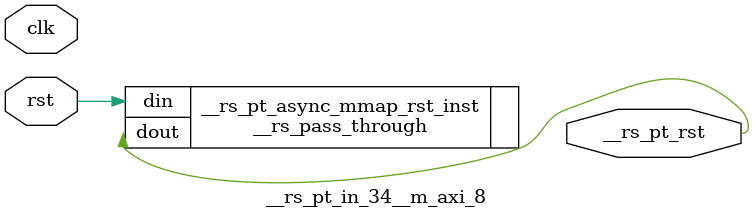
<source format=v>
`timescale 1 ns / 1 ps
/**   Generated by RapidStream   **/
module __rs_pt_in_34__m_axi_8 #(
    parameter BufferSize         = 32,
    parameter BufferSizeLog      = 5,
    parameter AddrWidth          = 64,
    parameter AxiSideAddrWidth   = 64,
    parameter DataWidth          = 512,
    parameter DataWidthBytesLog  = 6,
    parameter WaitTimeWidth      = 4,
    parameter BurstLenWidth      = 8,
    parameter EnableReadChannel  = 1,
    parameter EnableWriteChannel = 1,
    parameter MaxWaitTime        = 3,
    parameter MaxBurstLen        = 15
) (
    output wire __rs_pt_rst,
    input wire  clk,
    input wire  rst
);




__rs_pass_through #(
    .WIDTH (1)
) __rs_pt_async_mmap_rst_inst /**   Generated by RapidStream   **/ (
    .din  (rst),
    .dout (__rs_pt_rst)
);

endmodule  // __rs_pt_in_34__m_axi_8
</source>
